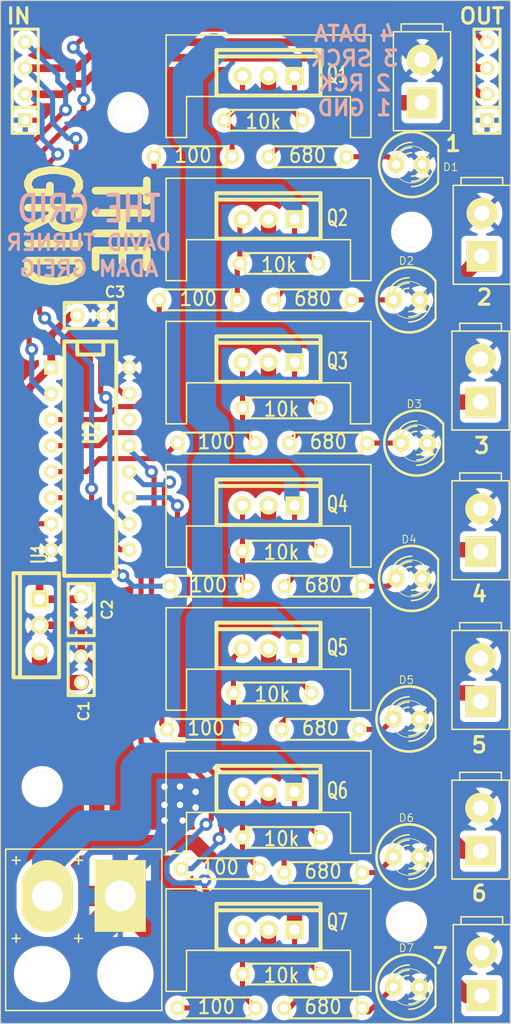
<source format=kicad_pcb>
(kicad_pcb (version 20221018) (generator pcbnew)
  (layers (0 "F.Cu" signal) (31 "B.Cu" signal) (34 "B.Paste" user) (35 "F.Paste" user) (36 "B.SilkS" user "B.Silkscreen") (37 "F.SilkS" user "F.Silkscreen") (38 "B.Mask" user) (39 "F.Mask" user) (44 "Edge.Cuts" user))
  (net 0 "")
  (net 1 "Net-(D1-Pad1)")
  (net 2 "GND")
  (net 3 "Net-(D2-Pad1)")
  (net 4 "Net-(D3-Pad1)")
  (net 5 "Net-(D4-Pad1)")
  (net 6 "Net-(D5-Pad1)")
  (net 7 "Net-(D6-Pad1)")
  (net 8 "Net-(D7-Pad1)")
  (net 9 "Net-(P4-Pad1)")
  (net 10 "Net-(P5-Pad1)")
  (net 11 "Net-(P7-Pad1)")
  (net 12 "Net-(P9-Pad1)")
  (net 13 "Net-(P10-Pad1)")
  (net 14 "+12V")
  (net 15 "Net-(R2-Pad2)")
  (net 16 "Net-(R8-Pad2)")
  (net 17 "Net-(R14-Pad2)")
  (net 18 "+5V")
  (net 19 "Net-(Q1-Pad2)")
  (net 20 "Net-(Q2-Pad2)")
  (net 21 "Net-(Q3-Pad2)")
  (net 22 "Net-(Q4-Pad2)")
  (net 23 "Net-(Q5-Pad2)")
  (net 24 "Net-(Q6-Pad2)")
  (net 25 "Net-(Q7-Pad2)")
  (net 26 "Net-(P2-Pad2)")
  (net 27 "Net-(P6-Pad1)")
  (net 28 "Net-(P8-Pad1)")
  (net 29 "Net-(R4-Pad2)")
  (net 30 "Net-(R6-Pad2)")
  (net 31 "Net-(R10-Pad2)")
  (net 32 "Net-(R12-Pad2)")
  (net 33 "Net-(P2-Pad3)")
  (net 34 "Net-(P2-Pad4)")
  (net 35 "Net-(P3-Pad4)")
  (footprint "Discret:TO220_VERT" (layer "F.Cu") (at 125.222 79.756 180)
    (fp_text reference "U1")
    (fp_text value "UA7805CKCS" hide)
  )
  (footprint "Sockets_DIP:DIP-16__300" (layer "F.Cu") (at 130.175 63.5 -90)
    (fp_text reference "U2")
    (fp_text value "TPIC6C595" hide)
  )
  (footprint "LEDs:LED-5MM" (layer "F.Cu") (at 161.29 34.798)
    (fp_text reference "D1")
    (fp_text value "LED" hide)
  )
  (footprint "LEDs:LED-5MM" (layer "F.Cu") (at 161.036 48.006)
    (fp_text reference "D2")
    (fp_text value "LED" hide)
  )
  (footprint "LEDs:LED-5MM" (layer "F.Cu") (at 161.798 61.976)
    (fp_text reference "D3")
    (fp_text value "LED" hide)
  )
  (footprint "LEDs:LED-5MM" (layer "F.Cu") (at 161.29 75.184)
    (fp_text reference "D4")
    (fp_text value "LED" hide)
  )
  (footprint "LEDs:LED-5MM" (layer "F.Cu") (at 161.036 88.9)
    (fp_text reference "D5")
    (fp_text value "LED" hide)
  )
  (footprint "LEDs:LED-5MM" (layer "F.Cu") (at 161.036 102.362)
    (fp_text reference "D6")
    (fp_text value "LED" hide)
  )
  (footprint "LEDs:LED-5MM" (layer "F.Cu") (at 161.036 115.062)
    (fp_text reference "D7")
    (fp_text value "LED" hide)
  )
  (footprint "Discret:C1" (layer "F.Cu") (at 130.175 49.53)
    (fp_text reference "C3")
    (fp_text value "100n" hide)
  )
  (footprint "solder_pad:SIL-2" (layer "F.Cu") (at 129.54 107.188 180)
    (fp_text reference "P1" hide)
    (fp_text value "POWER" hide)
  )
  (footprint "Connect:SIL-4" (layer "F.Cu") (at 123.825 26.67 90)
    (fp_text reference "P2" hide)
    (fp_text value "SHIFT_IN" hide)
  )
  (footprint "Connect:SIL-4" (layer "F.Cu") (at 168.91 26.67 90)
    (fp_text reference "P3" hide)
    (fp_text value "SHIFT_OUT" hide)
  )
  (footprint "TO220_hs:TO220_VERT" (layer "F.Cu") (at 147.574 26.162 90)
    (fp_text reference "Q1")
    (fp_text value "FQP7P06" hide)
  )
  (footprint "TO220_hs:TO220_VERT" (layer "F.Cu") (at 147.574 40.132 90)
    (fp_text reference "Q2")
    (fp_text value "FQP7P06" hide)
  )
  (footprint "TO220_hs:TO220_VERT" (layer "F.Cu") (at 147.574 54.102 90)
    (fp_text reference "Q3")
    (fp_text value "FQP7P06" hide)
  )
  (footprint "TO220_hs:TO220_VERT" (layer "F.Cu") (at 147.574 68.072 90)
    (fp_text reference "Q4")
    (fp_text value "FQP7P06" hide)
  )
  (footprint "TO220_hs:TO220_VERT" (layer "F.Cu") (at 147.574 82.042 90)
    (fp_text reference "Q5")
    (fp_text value "FQP7P06" hide)
  )
  (footprint "TO220_hs:TO220_VERT" (layer "F.Cu") (at 147.574 96.012 90)
    (fp_text reference "Q6")
    (fp_text value "FQP7P06" hide)
  )
  (footprint "TO220_hs:TO220_VERT" (layer "F.Cu") (at 147.574 109.474 90)
    (fp_text reference "Q7")
    (fp_text value "FQP7P06" hide)
  )
  (footprint "Discret:R3" (layer "F.Cu") (at 147.066 30.48)
    (fp_text reference "R1" hide)
    (fp_text value "10k")
  )
  (footprint "Discret:R3" (layer "F.Cu") (at 140.208 34.036 180)
    (fp_text reference "R2" hide)
    (fp_text value "100")
  )
  (footprint "Discret:R3" (layer "F.Cu") (at 148.59 44.45)
    (fp_text reference "R3" hide)
    (fp_text value "10k")
  )
  (footprint "Discret:R3" (layer "F.Cu") (at 140.716 48.006 180)
    (fp_text reference "R4" hide)
    (fp_text value "100")
  )
  (footprint "Discret:R3" (layer "F.Cu") (at 148.844 58.547)
    (fp_text reference "R5" hide)
    (fp_text value "10k")
  )
  (footprint "Discret:R3" (layer "F.Cu") (at 142.494 61.976 180)
    (fp_text reference "R6" hide)
    (fp_text value "100")
  )
  (footprint "Discret:R3" (layer "F.Cu") (at 148.844 72.517)
    (fp_text reference "R7" hide)
    (fp_text value "10k")
  )
  (footprint "Discret:R3" (layer "F.Cu") (at 141.732 75.946 180)
    (fp_text reference "R8" hide)
    (fp_text value "100")
  )
  (footprint "Discret:R3" (layer "F.Cu") (at 148.844 100.457)
    (fp_text reference "R9" hide)
    (fp_text value "10k")
  )
  (footprint "Discret:R3" (layer "F.Cu") (at 142.875 103.505 180)
    (fp_text reference "R10" hide)
    (fp_text value "100")
  )
  (footprint "Discret:R3" (layer "F.Cu") (at 142.494 117.094 180)
    (fp_text reference "R12" hide)
    (fp_text value "100")
  )
  (footprint "Discret:R3" (layer "F.Cu") (at 147.955 86.36)
    (fp_text reference "R13" hide)
    (fp_text value "10k")
  )
  (footprint "Discret:R3" (layer "F.Cu") (at 141.478 89.916 180)
    (fp_text reference "R14" hide)
    (fp_text value "100")
  )
  (footprint "Discret:R3" (layer "F.Cu") (at 151.384 34.036 180)
    (fp_text reference "R15" hide)
    (fp_text value "680")
  )
  (footprint "Discret:R3" (layer "F.Cu") (at 151.892 48.006 180)
    (fp_text reference "R16" hide)
    (fp_text value "680")
  )
  (footprint "Discret:R3" (layer "F.Cu") (at 153.416 61.976 180)
    (fp_text reference "R17" hide)
    (fp_text value "680")
  )
  (footprint "Discret:R3" (layer "F.Cu") (at 152.908 75.946 180)
    (fp_text reference "R18" hide)
    (fp_text value "680")
  )
  (footprint "Discret:R3" (layer "F.Cu") (at 152.654 89.916 180)
    (fp_text reference "R19" hide)
    (fp_text value "680")
  )
  (footprint "Discret:R3" (layer "F.Cu") (at 152.908 103.886 180)
    (fp_text reference "R20" hide)
    (fp_text value "680")
  )
  (footprint "Discret:R3" (layer "F.Cu") (at 152.908 117.094 180)
    (fp_text reference "R21" hide)
    (fp_text value "680")
  )
  (footprint "minipower:SIL-2" (layer "F.Cu") (at 162.56 26.67 90)
    (fp_text reference "P4" hide)
    (fp_text value "CONN_2" hide)
  )
  (footprint "minipower:SIL-2" (layer "F.Cu") (at 168.275 55.88 90)
    (fp_text reference "P6" hide)
    (fp_text value "CONN_2" hide)
  )
  (footprint "minipower:SIL-2" (layer "F.Cu") (at 168.275 70.485 90)
    (fp_text reference "P7" hide)
    (fp_text value "CONN_2" hide)
  )
  (footprint "minipower:SIL-2" (layer "F.Cu") (at 168.275 85.09 90)
    (fp_text reference "P8" hide)
    (fp_text value "CONN_2" hide)
  )
  (footprint "minipower:SIL-2" (layer "F.Cu") (at 168.275 99.695 90)
    (fp_text reference "P9" hide)
    (fp_text value "CONN_2" hide)
  )
  (footprint "minipower:SIL-2" (layer "F.Cu") (at 168.402 113.792 90)
    (fp_text reference "P10" hide)
    (fp_text value "CONN_2" hide)
  )
  (footprint "Mounting_Holes:MountingHole_3mm" (layer "F.Cu") (at 133.858 29.718)
    (fp_text reference "MH" hide)
    (fp_text value "MountingHole_3mm_RevA_Date21Jun2010" hide)
  )
  (footprint "Mounting_Holes:MountingHole_3mm" (layer "F.Cu") (at 161.036 108.712)
    (fp_text reference "MH" hide)
    (fp_text value "MountingHole_3mm_RevA_Date21Jun2010" hide)
  )
  (footprint "Mounting_Holes:MountingHole_3mm" (layer "F.Cu") (at 161.544 41.402)
    (fp_text reference "MH" hide)
    (fp_text value "MountingHole_3mm_RevA_Date21Jun2010" hide)
  )
  (footprint "Discret:C1" (layer "F.Cu") (at 129.286 78.232 -90)
    (fp_text reference "C2")
    (fp_text value ".1u" hide)
  )
  (footprint "Discret:C1" (layer "F.Cu") (at 129.286 84.074 90)
    (fp_text reference "C1")
    (fp_text value ".33u" hide)
  )
  (footprint "Mounting_Holes:MountingHole_3mm" (layer "F.Cu") (at 125.476 95.504)
    (fp_text reference "MH" hide)
    (fp_text value "MountingHole_3mm_RevA_Date21Jun2010" hide)
  )
  (footprint "minipower:SIL-2" (layer "F.Cu") (at 168.402 41.656 90)
    (fp_text reference "P5" hide)
    (fp_text value "CONN_2" hide)
  )
  (footprint "Discret:R3" (layer "F.Cu") (at 148.844 113.792)
    (fp_text reference "R11" hide)
    (fp_text value "10k")
  )
  (gr_line (start 121.412 118.618) (end 171.196 118.618) (stroke (width 0.1)) (layer "Edge.Cuts"))
  (gr_line (start 171.196 18.796) (end 121.412 18.796) (stroke (width 0.1)) (layer "Edge.Cuts"))
  (gr_line (start 171.196 118.618) (end 171.196 18.796) (stroke (width 0.1)) (layer "Edge.Cuts"))
  (gr_line (start 121.412 118.618) (end 121.412 18.796) (stroke (width 0.1)) (layer "Edge.Cuts"))
  (gr_text "DAVID TURNER" (at 130.048 42.418) (layer "B.SilkS") (effects (font (size 1.5 1.5) (thickness 0.3)) (justify mirror)))
  (gr_text "ADAM GREIG" (at 130.048 44.958) (layer "B.SilkS") (effects (font (size 1.5 1.5) (thickness 0.3)) (justify mirror)))
  (gr_text "THE·GRID" (at 130.048 39.116) (layer "B.SilkS") (effects (font (size 2.5 2) (thickness 0.4)) (justify mirror)))
  (gr_text "4 DATA\n3 SRCK\n2 RCK\n1 GND" (at 155.956 25.654) (layer "B.SilkS") (effects (font (size 1.5 1.5) (thickness 0.3)) (justify mirror)))
  (gr_text "7" (at 164.338 112.014) (layer "F.SilkS") (effects (font (size 1.5 1.5) (thickness 0.3))))
  (gr_text "2" (at 168.656 47.752) (layer "F.SilkS") (effects (font (size 1.5 1.5) (thickness 0.3))))
  (gr_text "IN" (at 123.19 20.32) (layer "F.SilkS") (effects (font (size 1.5 1.5) (thickness 0.3))))
  (gr_text "GRID" (at 126.365 40.767 270) (layer "F.SilkS") (effects (font (size 5 3.5) (thickness 0.75))))
  (gr_text "OUT" (at 168.402 20.32) (layer "F.SilkS") (effects (font (size 1.5 1.5) (thickness 0.3))))
  (gr_text "4" (at 168.148 76.708) (layer "F.SilkS") (effects (font (size 1.5 1.5) (thickness 0.3))))
  (gr_text "6" (at 168.148 105.918) (layer "F.SilkS") (effects (font (size 1.5 1.5) (thickness 0.3))))
  (gr_text "1" (at 165.608 32.766) (layer "F.SilkS") (effects (font (size 1.5 1.5) (thickness 0.3))))
  (gr_text "5" (at 168.148 91.44) (layer "F.SilkS") (effects (font (size 1.5 1.5) (thickness 0.3))))
  (gr_text "THE" (at 132.969 40.767 270) (layer "F.SilkS") (effects (font (size 5 3.5) (thickness 0.75))))
  (gr_text "3" (at 168.402 62.23) (layer "F.SilkS") (effects (font (size 1.5 1.5) (thickness 0.3))))
  (segment (start 159.258 34.036) (end 160.02 34.798) (width 0.5) (layer "F.Cu") (net 1))
  (segment (start 158.496 34.036) (end 159.258 34.036) (width 0.5) (layer "F.Cu") (net 1))
  (segment (start 155.194 34.036) (end 158.496 34.036) (width 0.5) (layer "F.Cu") (net 1))
  (segment (start 129.794 82.804) (end 134.112 87.122) (width 0.254) (layer "F.Cu") (net 2))
  (segment (start 134.112 87.122) (end 134.112 92.202) (width 0.254) (layer "F.Cu") (net 2))
  (segment (start 134.112 92.202) (end 137.414 95.504) (width 0.254) (layer "F.Cu") (net 2))
  (segment (start 138.938 95.504) (end 139.192 95.758) (width 0.254) (layer "F.Cu") (net 2))
  (segment (start 139.192 95.758) (end 140.462 96.012) (width 0.254) (layer "F.Cu") (net 2))
  (segment (start 140.462 97.536) (end 140.208 97.282) (width 0.254) (layer "F.Cu") (net 2))
  (segment (start 140.208 97.282) (end 138.938 97.282) (width 0.254) (layer "F.Cu") (net 2))
  (segment (start 137.414 97.282) (end 137.414 98.806) (width 0.254) (layer "F.Cu") (net 2))
  (segment (start 129.032 79.756) (end 129.286 79.502) (width 0.75) (layer "F.Cu") (net 2))
  (segment (start 136.779 106.172) (end 138.43 107.823) (width 3) (layer "F.Cu") (net 2))
  (segment (start 133.096 107.188) (end 129.54 110.744) (width 3) (layer "F.Cu") (net 2))
  (segment (start 130.175 106.172) (end 133.096 106.172) (width 2) (layer "F.Cu") (net 2))
  (segment (start 133.096 106.172) (end 133.096 107.188) (width 3) (layer "F.Cu") (net 2))
  (segment (start 133.096 106.172) (end 136.779 106.172) (width 3) (layer "F.Cu") (net 2))
  (segment (start 129.286 82.804) (end 129.794 82.804) (width 0.254) (layer "F.Cu") (net 2))
  (segment (start 133.096 106.172) (end 138.303 111.379) (width 3) (layer "F.Cu") (net 2))
  (segment (start 129.286 79.502) (end 129.286 82.804) (width 0.75) (layer "F.Cu") (net 2))
  (segment (start 125.222 79.756) (end 129.032 79.756) (width 0.75) (layer "F.Cu") (net 2))
  (via (at 140.462 97.536) (size 0.889) (drill 0.635) (layers "F.Cu" "B.Cu") (net 2))
  (via (at 138.938 95.504) (size 0.889) (drill 0.635) (layers "F.Cu" "B.Cu") (net 2))
  (via (at 137.414 95.504) (size 0.889) (drill 0.635) (layers "F.Cu" "B.Cu") (net 2))
  (via (at 138.938 97.282) (size 0.889) (drill 0.635) (layers "F.Cu" "B.Cu") (net 2))
  (via (at 140.462 96.012) (size 0.889) (drill 0.635) (layers "F.Cu" "B.Cu") (net 2))
  (via (at 139.192 98.806) (size 0.889) (drill 0.635) (layers "F.Cu" "B.Cu") (net 2))
  (via (at 137.414 98.806) (size 0.889) (drill 0.635) (layers "F.Cu" "B.Cu") (net 2))
  (via (at 137.414 97.282) (size 0.889) (drill 0.635) (layers "F.Cu" "B.Cu") (net 2))
  (segment (start 137.414 95.504) (end 138.938 95.504) (width 0.254) (layer "B.Cu") (net 2))
  (segment (start 140.462 96.012) (end 140.462 97.536) (width 0.254) (layer "B.Cu") (net 2))
  (segment (start 138.938 97.282) (end 137.414 97.282) (width 0.254) (layer "B.Cu") (net 2))
  (segment (start 137.414 98.806) (end 139.192 98.806) (width 0.254) (layer "B.Cu") (net 2))
  (segment (start 135.636 106.172) (end 138.811 109.347) (width 3) (layer "B.Cu") (net 2))
  (segment (start 133.096 107.315) (end 129.54 110.871) (width 3) (layer "B.Cu") (net 2))
  (segment (start 139.192 98.933) (end 133.096 105.029) (width 1.5) (layer "B.Cu") (net 2))
  (segment (start 133.096 105.029) (end 133.096 106.172) (width 1.5) (layer "B.Cu") (net 2))
  (segment (start 168.334 111.692) (end 165.989 109.347) (width 2) (layer "B.Cu") (net 2))
  (segment (start 168.275 97.536) (end 165.862 95.123) (width 2) (layer "B.Cu") (net 2))
  (segment (start 168.275 82.931) (end 165.989 80.645) (width 2) (layer "B.Cu") (net 2))
  (segment (start 168.275 68.326) (end 165.989 66.04) (width 2) (layer "B.Cu") (net 2))
  (segment (start 168.275 53.721) (end 166.116 51.562) (width 2) (layer "B.Cu") (net 2))
  (segment (start 168.402 39.497) (end 165.989 37.084) (width 2) (layer "B.Cu") (net 2))
  (segment (start 162.492 24.57) (end 160.147 22.225) (width 2) (layer "B.Cu") (net 2))
  (segment (start 162.755 24.57) (end 164.846 22.479) (width 2) (layer "B.Cu") (net 2))
  (segment (start 167.073 39.556) (end 165.862 40.767) (width 2) (layer "B.Cu") (net 2))
  (segment (start 166.692 53.78) (end 165.989 54.483) (width 2) (layer "B.Cu") (net 2))
  (segment (start 166.692 68.385) (end 165.862 69.215) (width 2) (layer "B.Cu") (net 2))
  (segment (start 166.819 82.99) (end 166.116 83.693) (width 2) (layer "B.Cu") (net 2))
  (segment (start 166.819 97.595) (end 165.989 98.425) (width 2) (layer "B.Cu") (net 2))
  (segment (start 167.073 111.692) (end 166.116 112.649) (width 2) (layer "B.Cu") (net 2))
  (segment (start 168.402 39.556) (end 168.402 39.497) (width 2) (layer "B.Cu") (net 2))
  (segment (start 168.275 82.99) (end 168.275 82.931) (width 2) (layer "B.Cu") (net 2))
  (segment (start 168.402 111.692) (end 167.073 111.692) (width 2) (layer "B.Cu") (net 2))
  (segment (start 168.275 82.99) (end 166.819 82.99) (width 2) (layer "B.Cu") (net 2))
  (segment (start 139.192 98.806) (end 139.192 98.933) (width 1.5) (layer "B.Cu") (net 2))
  (segment (start 168.402 39.556) (end 167.073 39.556) (width 2) (layer "B.Cu") (net 2))
  (segment (start 168.275 68.385) (end 168.275 68.326) (width 2) (layer "B.Cu") (net 2))
  (segment (start 168.402 111.692) (end 168.334 111.692) (width 2) (layer "B.Cu") (net 2))
  (segment (start 168.275 53.78) (end 168.275 53.721) (width 2) (layer "B.Cu") (net 2))
  (segment (start 168.275 68.385) (end 166.692 68.385) (width 2) (layer "B.Cu") (net 2))
  (segment (start 162.56 24.57) (end 162.755 24.57) (width 2) (layer "B.Cu") (net 2))
  (segment (start 168.275 97.595) (end 168.275 97.536) (width 2) (layer "B.Cu") (net 2))
  (segment (start 133.096 102.235) (end 133.096 106.172) (width 1.5) (layer "B.Cu") (net 2))
  (segment (start 133.096 106.172) (end 135.636 106.172) (width 3) (layer "B.Cu") (net 2))
  (segment (start 129.794 106.172) (end 133.096 106.172) (width 1.5) (layer "B.Cu") (net 2))
  (segment (start 168.275 53.78) (end 166.692 53.78) (width 2) (layer "B.Cu") (net 2))
  (segment (start 168.275 97.595) (end 166.819 97.595) (width 2) (layer "B.Cu") (net 2))
  (segment (start 162.56 24.57) (end 162.492 24.57) (width 2) (layer "B.Cu") (net 2))
  (segment (start 133.096 106.172) (end 133.096 107.315) (width 3) (layer "B.Cu") (net 2))
  (segment (start 155.702 48.006) (end 159.766 48.006) (width 0.5) (layer "F.Cu") (net 3))
  (segment (start 157.226 61.976) (end 160.528 61.976) (width 0.5) (layer "F.Cu") (net 4))
  (segment (start 159.258 75.946) (end 160.02 75.184) (width 0.5) (layer "F.Cu") (net 5))
  (segment (start 156.718 75.946) (end 159.258 75.946) (width 0.5) (layer "F.Cu") (net 5))
  (segment (start 158.75 89.916) (end 159.766 88.9) (width 0.5) (layer "F.Cu") (net 6))
  (segment (start 156.464 89.916) (end 158.75 89.916) (width 0.5) (layer "F.Cu") (net 6))
  (segment (start 158.242 103.886) (end 159.766 102.362) (width 0.5) (layer "F.Cu") (net 7))
  (segment (start 156.718 103.886) (end 158.242 103.886) (width 0.5) (layer "F.Cu") (net 7))
  (segment (start 157.353 117.475) (end 159.766 115.062) (width 0.5) (layer "F.Cu") (net 8))
  (segment (start 156.845 117.475) (end 157.353 117.475) (width 0.5) (layer "F.Cu") (net 8))
  (segment (start 147.574 30.734) (end 148.59 31.75) (width 1.5) (layer "F.Cu") (net 9))
  (segment (start 149.86 33.02) (end 152.4 33.02) (width 1.5) (layer "F.Cu") (net 9))
  (segment (start 152.4 33.02) (end 156.65 28.77) (width 1.5) (layer "F.Cu") (net 9))
  (segment (start 156.65 28.77) (end 162.56 28.77) (width 1.5) (layer "F.Cu") (net 9))
  (segment (start 148.59 31.75) (end 149.098 32.258) (width 1.5) (layer "F.Cu") (net 9))
  (segment (start 149.225 32.385) (end 149.225 32.639) (width 0.5) (layer "F.Cu") (net 9))
  (segment (start 149.225 32.639) (end 149.098 32.766) (width 0.5) (layer "F.Cu") (net 9))
  (segment (start 149.098 32.766) (end 149.098 32.258) (width 0.5) (layer "F.Cu") (net 9))
  (segment (start 149.098 32.258) (end 149.86 33.02) (width 1.5) (layer "F.Cu") (net 9))
  (segment (start 147.574 34.036) (end 149.225 32.385) (width 0.5) (layer "F.Cu") (net 9))
  (segment (start 147.574 26.162) (end 147.574 30.734) (width 1.5) (layer "F.Cu") (net 9))
  (segment (start 147.574 43.434) (end 149.86 45.72) (width 1.5) (layer "F.Cu") (net 10))
  (segment (start 151.13 46.99) (end 153.67 46.99) (width 1.5) (layer "F.Cu") (net 10))
  (segment (start 150.1775 46.0375) (end 151.13 46.99) (width 1.5) (layer "F.Cu") (net 10))
  (segment (start 150.114 45.974) (end 149.86 46.228) (width 0.5) (layer "F.Cu") (net 10))
  (segment (start 149.86 46.228) (end 149.86 45.72) (width 0.5) (layer "F.Cu") (net 10))
  (segment (start 149.86 45.72) (end 150.1775 46.0375) (width 1.5) (layer "F.Cu") (net 10))
  (segment (start 153.924 46.99) (end 155.194 45.72) (width 1.5) (layer "F.Cu") (net 10))
  (segment (start 155.194 45.72) (end 166.438 45.72) (width 1.5) (layer "F.Cu") (net 10))
  (segment (start 166.438 45.72) (end 168.402 43.756) (width 1.5) (layer "F.Cu") (net 10))
  (segment (start 147.574 40.132) (end 147.574 43.434) (width 1.5) (layer "F.Cu") (net 10))
  (segment (start 153.67 46.99) (end 153.924 46.99) (width 1.5) (layer "F.Cu") (net 10))
  (segment (start 148.082 48.006) (end 150.114 45.974) (width 0.5) (layer "F.Cu") (net 10))
  (segment (start 147.574 70.739) (end 150.622 73.787) (width 1.5) (layer "F.Cu") (net 11))
  (segment (start 151.765 74.93) (end 154.305 74.93) (width 1.5) (layer "F.Cu") (net 11))
  (segment (start 154.305 74.93) (end 156.845 72.39) (width 1.5) (layer "F.Cu") (net 11))
  (segment (start 156.845 72.39) (end 168.08 72.39) (width 1.5) (layer "F.Cu") (net 11))
  (segment (start 168.08 72.39) (end 168.275 72.585) (width 1.5) (layer "F.Cu") (net 11))
  (segment (start 151.13 74.295) (end 151.765 74.93) (width 1.5) (layer "F.Cu") (net 11))
  (segment (start 150.9395 74.1045) (end 150.6855 74.1045) (width 0.5) (layer "F.Cu") (net 11))
  (segment (start 150.6855 74.1045) (end 150.622 74.168) (width 0.5) (layer "F.Cu") (net 11))
  (segment (start 150.622 74.168) (end 150.622 73.787) (width 0.5) (layer "F.Cu") (net 11))
  (segment (start 150.622 73.787) (end 151.13 74.295) (width 1.5) (layer "F.Cu") (net 11))
  (segment (start 149.098 75.946) (end 150.9395 74.1045) (width 0.5) (layer "F.Cu") (net 11))
  (segment (start 147.574 68.072) (end 147.574 70.739) (width 1.5) (layer "F.Cu") (net 11))
  (segment (start 147.574 98.679) (end 149.86 100.965) (width 1.5) (layer "F.Cu") (net 12))
  (segment (start 151.765 102.87) (end 154.305 102.87) (width 1.5) (layer "F.Cu") (net 12))
  (segment (start 154.305 102.87) (end 157.48 99.695) (width 1.5) (layer "F.Cu") (net 12))
  (segment (start 157.48 99.695) (end 164.465 99.695) (width 1.5) (layer "F.Cu") (net 12))
  (segment (start 164.465 99.695) (end 166.565 101.795) (width 1.5) (layer "F.Cu") (net 12))
  (segment (start 166.565 101.795) (end 168.275 101.795) (width 1.5) (layer "F.Cu") (net 12))
  (segment (start 149.86 100.965) (end 151.765 102.87) (width 1.5) (layer "F.Cu") (net 12))
  (segment (start 149.098 101.727) (end 149.86 100.965) (width 0.5) (layer "F.Cu") (net 12))
  (segment (start 147.574 96.012) (end 147.574 98.679) (width 1.5) (layer "F.Cu") (net 12))
  (segment (start 149.098 103.886) (end 149.098 101.727) (width 0.5) (layer "F.Cu") (net 12))
  (segment (start 167.835 116.4) (end 168.275 116.4) (width 1.5) (layer "F.Cu") (net 13))
  (segment (start 147.574 112.649) (end 150.368 115.443) (width 1.5) (layer "F.Cu") (net 13))
  (segment (start 151.765 116.84) (end 153.67 116.84) (width 1.5) (layer "F.Cu") (net 13))
  (segment (start 153.67 116.84) (end 158.115 112.395) (width 1.5) (layer "F.Cu") (net 13))
  (segment (start 158.115 112.395) (end 163.195 112.395) (width 1.5) (layer "F.Cu") (net 13))
  (segment (start 150.8125 115.8875) (end 151.765 116.84) (width 1.5) (layer "F.Cu") (net 13))
  (segment (start 150.8125 115.8875) (end 150.368 116.332) (width 0.5) (layer "F.Cu") (net 13))
  (segment (start 150.368 116.332) (end 150.368 115.443) (width 0.5) (layer "F.Cu") (net 13))
  (segment (start 150.368 115.443) (end 150.8125 115.8875) (width 1.5) (layer "F.Cu") (net 13))
  (segment (start 149.606 117.094) (end 150.8125 115.8875) (width 0.5) (layer "F.Cu") (net 13))
  (segment (start 163.449 112.395) (end 166.946 115.892) (width 1.5) (layer "F.Cu") (net 13))
  (segment (start 166.946 115.892) (end 168.402 115.892) (width 1.5) (layer "F.Cu") (net 13))
  (segment (start 163.195 112.395) (end 163.449 112.395) (width 1.5) (layer "F.Cu") (net 13))
  (segment (start 149.098 117.094) (end 149.606 117.094) (width 0.5) (layer "F.Cu") (net 13))
  (segment (start 147.574 109.982) (end 147.574 112.649) (width 1.5) (layer "F.Cu") (net 13))
  (segment (start 140.335 100.965) (end 143.51 104.14) (width 1.5) (layer "F.Cu") (net 14))
  (segment (start 143.51 104.14) (end 143.51 105.41) (width 1.5) (layer "F.Cu") (net 14))
  (segment (start 150.114 29.718) (end 150.876 30.48) (width 0.5) (layer "F.Cu") (net 14))
  (segment (start 150.114 42.164) (end 152.4 44.45) (width 0.5) (layer "F.Cu") (net 14))
  (segment (start 150.114 56.007) (end 152.654 58.547) (width 0.5) (layer "F.Cu") (net 14))
  (segment (start 150.114 69.977) (end 152.654 72.517) (width 0.5) (layer "F.Cu") (net 14))
  (segment (start 150.114 84.709) (end 151.765 86.36) (width 0.5) (layer "F.Cu") (net 14))
  (segment (start 150.114 97.917) (end 152.654 100.457) (width 0.5) (layer "F.Cu") (net 14))
  (segment (start 137.414 100.965) (end 137.287 100.965) (width 1.5) (layer "F.Cu") (net 14))
  (segment (start 125.73 103.886) (end 125.73 107.442) (width 1.5) (layer "F.Cu") (net 14))
  (segment (start 132.334 100.965) (end 130.556 100.965) (width 1.5) (layer "F.Cu") (net 14))
  (segment (start 125.222 86.36) (end 125.222 82.296) (width 1.5) (layer "F.Cu") (net 14))
  (segment (start 126.238 85.344) (end 125.349 86.233) (width 1.5) (layer "F.Cu") (net 14))
  (segment (start 125.349 86.233) (end 125.222 86.36) (width 1.5) (layer "F.Cu") (net 14))
  (segment (start 125.349 87.503) (end 130.81 92.964) (width 1.5) (layer "F.Cu") (net 14))
  (segment (start 130.81 92.964) (end 130.81 100.965) (width 1.5) (layer "F.Cu") (net 14))
  (segment (start 130.81 100.965) (end 130.683 101.092) (width 1.5) (layer "F.Cu") (net 14))
  (segment (start 130.683 101.092) (end 130.556 101.092) (width 1.5) (layer "F.Cu") (net 14))
  (segment (start 130.556 101.092) (end 130.556 100.965) (width 1.5) (layer "F.Cu") (net 14))
  (segment (start 150.114 111.252) (end 152.654 113.792) (width 0.5) (layer "F.Cu") (net 14))
  (segment (start 128.651 100.965) (end 125.984 103.632) (width 1.5) (layer "F.Cu") (net 14))
  (segment (start 125.984 103.632) (end 125.984 106.172) (width 1.5) (layer "F.Cu") (net 14))
  (segment (start 144.526 106.426) (end 148.844 106.426) (width 1.5) (layer "F.Cu") (net 14))
  (segment (start 148.844 106.426) (end 150.114 107.696) (width 1.5) (layer "F.Cu") (net 14))
  (segment (start 150.114 107.696) (end 150.114 109.474) (width 1.5) (layer "F.Cu") (net 14))
  (segment (start 129.286 85.344) (end 126.238 85.344) (width 1.5) (layer "F.Cu") (net 14))
  (segment (start 143.51 105.41) (end 144.526 106.426) (width 1.5) (layer "F.Cu") (net 14))
  (segment (start 150.114 68.072) (end 150.114 69.977) (width 0.5) (layer "F.Cu") (net 14))
  (segment (start 125.349 86.233) (end 125.349 87.503) (width 1.5) (layer "F.Cu") (net 14))
  (segment (start 130.556 100.965) (end 128.651 100.965) (width 1.5) (layer "F.Cu") (net 14))
  (segment (start 137.414 100.965) (end 132.334 100.965) (width 1.5) (layer "F.Cu") (net 14))
  (segment (start 150.114 54.102) (end 150.114 56.007) (width 0.5) (layer "F.Cu") (net 14))
  (segment (start 137.414 100.965) (end 140.335 100.965) (width 1.5) (layer "F.Cu") (net 14))
  (segment (start 150.114 96.012) (end 150.114 97.917) (width 0.5) (layer "F.Cu") (net 14))
  (segment (start 150.114 26.162) (end 150.114 29.718) (width 0.5) (layer "F.Cu") (net 14))
  (segment (start 150.114 82.042) (end 150.114 84.709) (width 0.5) (layer "F.Cu") (net 14))
  (segment (start 150.114 40.132) (end 150.114 42.164) (width 0.5) (layer "F.Cu") (net 14))
  (segment (start 150.114 109.474) (end 150.114 111.252) (width 0.5) (layer "F.Cu") (net 14))
  (segment (start 140.97 79.375) (end 141.605 78.74) (width 3) (layer "B.Cu") (net 14))
  (segment (start 141.605 64.135) (end 142.24 63.5) (width 3) (layer "B.Cu") (net 14))
  (segment (start 142.24 60.325) (end 140.97 59.055) (width 3) (layer "B.Cu") (net 14))
  (segment (start 140.97 59.055) (end 140.97 51.435) (width 3) (layer "B.Cu") (net 14))
  (segment (start 140.97 33.02) (end 139.7 31.75) (width 3) (layer "B.Cu") (net 14))
  (segment (start 139.7 26.035) (end 142.24 23.495) (width 3) (layer "B.Cu") (net 14))
  (segment (start 148.59 23.495) (end 150.114 25.019) (width 1.5) (layer "B.Cu") (net 14))
  (segment (start 150.114 25.019) (end 150.114 26.162) (width 1.5) (layer "B.Cu") (net 14))
  (segment (start 140.97 37.465) (end 140.97 33.02) (width 3) (layer "B.Cu") (net 14))
  (segment (start 148.59 37.465) (end 150.114 38.989) (width 1.5) (layer "B.Cu") (net 14))
  (segment (start 150.114 38.989) (end 150.114 40.132) (width 1.5) (layer "B.Cu") (net 14))
  (segment (start 140.97 51.435) (end 140.97 46.355) (width 3) (layer "B.Cu") (net 14))
  (segment (start 148.59 51.435) (end 150.114 52.959) (width 1.5) (layer "B.Cu") (net 14))
  (segment (start 150.114 52.959) (end 150.114 54.102) (width 1.5) (layer "B.Cu") (net 14))
  (segment (start 141.605 64.77) (end 141.605 64.135) (width 3) (layer "B.Cu") (net 14))
  (segment (start 149.225 64.77) (end 149.86 65.405) (width 1.5) (layer "B.Cu") (net 14))
  (segment (start 149.86 65.405) (end 149.86 67.31) (width 1.5) (layer "B.Cu") (net 14))
  (segment (start 149.86 67.31) (end 150.114 68.072) (width 1.5) (layer "B.Cu") (net 14))
  (segment (start 147.955 78.74) (end 150.114 80.899) (width 1.5) (layer "B.Cu") (net 14))
  (segment (start 150.114 80.899) (end 150.114 82.042) (width 1.5) (layer "B.Cu") (net 14))
  (segment (start 147.955 92.71) (end 150.114 94.869) (width 1.5) (layer "B.Cu") (net 14))
  (segment (start 150.114 96.012) (end 150.114 94.869) (width 1.5) (layer "B.Cu") (net 14))
  (segment (start 140.97 91.44) (end 140.97 79.375) (width 3) (layer "B.Cu") (net 14))
  (segment (start 134.62 93.726) (end 135.636 92.71) (width 3) (layer "B.Cu") (net 14))
  (segment (start 135.636 92.71) (end 140.97 92.71) (width 3) (layer "B.Cu") (net 14))
  (segment (start 134.62 99.314) (end 134.62 93.726) (width 3) (layer "B.Cu") (net 14))
  (segment (start 129.54 99.314) (end 125.984 102.87) (width 3) (layer "B.Cu") (net 14))
  (segment (start 125.984 102.87) (end 125.984 106.172) (width 3) (layer "B.Cu") (net 14))
  (segment (start 139.7 31.75) (end 139.7 26.035) (width 3) (layer "B.Cu") (net 14))
  (segment (start 140.97 51.435) (end 148.59 51.435) (width 1.5) (layer "B.Cu") (net 14))
  (segment (start 134.62 99.314) (end 129.54 99.314) (width 3) (layer "B.Cu") (net 14))
  (segment (start 142.24 63.5) (end 142.24 60.325) (width 3) (layer "B.Cu") (net 14))
  (segment (start 141.605 78.74) (end 147.955 78.74) (width 1.5) (layer "B.Cu") (net 14))
  (segment (start 142.24 23.495) (end 148.59 23.495) (width 1.5) (layer "B.Cu") (net 14))
  (segment (start 140.97 92.71) (end 147.955 92.71) (width 1.5) (layer "B.Cu") (net 14))
  (segment (start 141.605 64.77) (end 149.225 64.77) (width 1.5) (layer "B.Cu") (net 14))
  (segment (start 141.605 78.74) (end 141.605 64.77) (width 3) (layer "B.Cu") (net 14))
  (segment (start 140.97 46.355) (end 140.97 37.465) (width 3) (layer "B.Cu") (net 14))
  (segment (start 140.97 37.465) (end 148.59 37.465) (width 1.5) (layer "B.Cu") (net 14))
  (segment (start 136.398 45.466) (end 135.128 46.736) (width 0.5) (layer "F.Cu") (net 15))
  (segment (start 135.128 46.736) (end 135.128 53.34) (width 0.5) (layer "F.Cu") (net 15))
  (segment (start 135.128 53.34) (end 135.636 53.848) (width 0.5) (layer "F.Cu") (net 15))
  (segment (start 135.636 53.848) (end 135.636 57.404) (width 0.5) (layer "F.Cu") (net 15))
  (segment (start 135.636 57.404) (end 134.62 58.42) (width 0.5) (layer "F.Cu") (net 15))
  (segment (start 134.62 58.42) (end 132.842 58.42) (width 0.5) (layer "F.Cu") (net 15))
  (segment (start 132.842 58.42) (end 131.572 59.69) (width 0.5) (layer "F.Cu") (net 15))
  (segment (start 131.572 59.69) (end 126.365 59.69) (width 0.5) (layer "F.Cu") (net 15))
  (segment (start 136.398 34.036) (end 136.398 45.466) (width 0.5) (layer "F.Cu") (net 15))
  (segment (start 129.286 70.104) (end 129.286 68.072) (width 0.5) (layer "F.Cu") (net 16))
  (segment (start 129.286 68.072) (end 128.524 67.31) (width 0.5) (layer "F.Cu") (net 16))
  (segment (start 128.524 67.31) (end 126.365 67.31) (width 0.5) (layer "F.Cu") (net 16))
  (segment (start 129.286 70.866) (end 133.35 74.93) (width 0.5) (layer "F.Cu") (net 16))
  (segment (start 126.365 67.31) (end 126.492 67.31) (width 0.5) (layer "F.Cu") (net 16))
  (segment (start 129.286 70.104) (end 129.286 70.866) (width 0.5) (layer "F.Cu") (net 16))
  (via (at 133.35 74.93) (size 1.27) (drill 0.635) (layers "F.Cu" "B.Cu") (net 16))
  (segment (start 137.922 75.946) (end 135.128 75.946) (width 0.5) (layer "B.Cu") (net 16))
  (segment (start 134.366 75.946) (end 135.128 75.946) (width 0.5) (layer "B.Cu") (net 16))
  (segment (start 133.35 74.93) (end 134.366 75.946) (width 0.5) (layer "B.Cu") (net 16))
  (segment (start 138.684 74.168) (end 139.7 75.184) (width 0.5) (layer "F.Cu") (net 17))
  (segment (start 139.7 75.184) (end 139.7 76.708) (width 0.5) (layer "F.Cu") (net 17))
  (segment (start 139.7 76.708) (end 137.16 79.248) (width 0.5) (layer "F.Cu") (net 17))
  (segment (start 137.16 79.248) (end 137.16 89.408) (width 0.5) (layer "F.Cu") (net 17))
  (segment (start 137.16 89.408) (end 137.668 89.916) (width 0.5) (layer "F.Cu") (net 17))
  (segment (start 138.684 68.072) (end 138.684 74.168) (width 0.5) (layer "F.Cu") (net 17))
  (via (at 138.684 68.072) (size 1.27) (drill 0.635) (layers "F.Cu" "B.Cu") (net 17))
  (segment (start 137.922 67.31) (end 138.684 68.072) (width 0.5) (layer "B.Cu") (net 17))
  (segment (start 133.985 67.31) (end 137.922 67.31) (width 0.5) (layer "B.Cu") (net 17))
  (segment (start 126.365 51.435) (end 128.27 49.53) (width 0.75) (layer "F.Cu") (net 18))
  (segment (start 128.27 49.53) (end 128.905 49.53) (width 0.75) (layer "F.Cu") (net 18))
  (segment (start 126.238 54.61) (end 124.206 56.642) (width 0.75) (layer "F.Cu") (net 18))
  (segment (start 124.206 56.642) (end 124.206 69.85) (width 0.75) (layer "F.Cu") (net 18))
  (segment (start 124.206 69.85) (end 124.206 73.152) (width 0.75) (layer "F.Cu") (net 18))
  (segment (start 124.206 74.422) (end 125.222 75.438) (width 0.75) (layer "F.Cu") (net 18))
  (segment (start 125.222 75.438) (end 125.222 77.216) (width 0.75) (layer "F.Cu") (net 18))
  (segment (start 129.032 77.216) (end 129.286 76.962) (width 0.75) (layer "F.Cu") (net 18))
  (segment (start 125.222 77.216) (end 129.032 77.216) (width 0.75) (layer "F.Cu") (net 18))
  (segment (start 126.365 54.61) (end 126.238 54.61) (width 0.75) (layer "F.Cu") (net 18))
  (segment (start 126.365 54.61) (end 126.365 51.435) (width 0.75) (layer "F.Cu") (net 18))
  (segment (start 126.365 69.85) (end 124.206 69.85) (width 0.5) (layer "F.Cu") (net 18))
  (segment (start 124.206 73.152) (end 124.206 74.422) (width 0.75) (layer "F.Cu") (net 18))
  (segment (start 145.034 28.702) (end 143.256 30.48) (width 0.5) (layer "F.Cu") (net 19))
  (segment (start 144.018 31.242) (end 144.018 34.036) (width 0.5) (layer "F.Cu") (net 19))
  (segment (start 145.034 26.162) (end 145.034 28.702) (width 0.5) (layer "F.Cu") (net 19))
  (segment (start 143.256 30.48) (end 144.018 31.242) (width 0.5) (layer "F.Cu") (net 19))
  (segment (start 144.526 44.704) (end 144.78 44.45) (width 0.5) (layer "F.Cu") (net 20))
  (segment (start 144.78 40.386) (end 145.034 40.132) (width 0.5) (layer "F.Cu") (net 20))
  (segment (start 144.526 48.006) (end 144.526 44.704) (width 0.5) (layer "F.Cu") (net 20))
  (segment (start 144.78 44.45) (end 144.78 40.386) (width 0.5) (layer "F.Cu") (net 20))
  (segment (start 145.034 60.706) (end 146.304 61.976) (width 0.5) (layer "F.Cu") (net 21))
  (segment (start 145.034 58.547) (end 145.034 60.706) (width 0.5) (layer "F.Cu") (net 21))
  (segment (start 145.034 54.102) (end 145.034 58.547) (width 0.5) (layer "F.Cu") (net 21))
  (segment (start 145.034 75.438) (end 145.542 75.946) (width 0.5) (layer "F.Cu") (net 22))
  (segment (start 145.034 68.072) (end 145.034 72.517) (width 0.5) (layer "F.Cu") (net 22))
  (segment (start 145.034 72.517) (end 145.034 75.438) (width 0.5) (layer "F.Cu") (net 22))
  (segment (start 144.145 88.773) (end 145.288 89.916) (width 0.5) (layer "F.Cu") (net 23))
  (segment (start 144.145 82.931) (end 145.034 82.042) (width 0.5) (layer "F.Cu") (net 23))
  (segment (start 144.145 86.36) (end 144.145 82.931) (width 0.5) (layer "F.Cu") (net 23))
  (segment (start 144.145 86.36) (end 144.145 88.773) (width 0.5) (layer "F.Cu") (net 23))
  (segment (start 145.034 101.854) (end 146.685 103.505) (width 0.5) (layer "F.Cu") (net 24))
  (segment (start 145.034 100.457) (end 145.034 101.854) (width 0.5) (layer "F.Cu") (net 24))
  (segment (start 145.034 96.012) (end 145.034 100.457) (width 0.5) (layer "F.Cu") (net 24))
  (segment (start 145.034 115.824) (end 146.304 117.094) (width 0.5) (layer "F.Cu") (net 25))
  (segment (start 145.034 109.474) (end 145.034 113.792) (width 0.5) (layer "F.Cu") (net 25))
  (segment (start 145.034 113.792) (end 145.034 115.824) (width 0.5) (layer "F.Cu") (net 25))
  (segment (start 168.148 27.94) (end 165.608 25.4) (width 0.75) (layer "F.Cu") (net 26))
  (segment (start 165.608 25.4) (end 165.608 23.876) (width 0.75) (layer "F.Cu") (net 26))
  (segment (start 129.54 26.924) (end 128.524 26.924) (width 0.75) (layer "F.Cu") (net 26))
  (segment (start 128.524 26.924) (end 127.508 27.94) (width 0.75) (layer "F.Cu") (net 26))
  (segment (start 131.064 25.4) (end 129.54 26.924) (width 0.75) (layer "F.Cu") (net 26))
  (segment (start 127.508 47.752) (end 132.08 47.752) (width 0.5) (layer "F.Cu") (net 26))
  (segment (start 132.08 47.752) (end 133.096 48.768) (width 0.5) (layer "F.Cu") (net 26))
  (segment (start 133.096 48.768) (end 133.096 50.546) (width 0.5) (layer "F.Cu") (net 26))
  (segment (start 133.096 50.546) (end 132.08 51.562) (width 0.5) (layer "F.Cu") (net 26))
  (segment (start 126.238 34.544) (end 126.238 46.482) (width 0.5) (layer "F.Cu") (net 26))
  (segment (start 126.238 46.482) (end 127.254 47.498) (width 0.5) (layer "F.Cu") (net 26))
  (segment (start 159.004 24.384) (end 135.636 24.384) (width 0.75) (layer "F.Cu") (net 26))
  (segment (start 132.08 24.384) (end 131.064 25.4) (width 0.75) (layer "F.Cu") (net 26))
  (segment (start 160.782 22.606) (end 161.29 22.098) (width 0.75) (layer "F.Cu") (net 26))
  (segment (start 161.29 22.098) (end 163.83 22.098) (width 0.75) (layer "F.Cu") (net 26))
  (segment (start 163.83 22.098) (end 165.608 23.876) (width 0.75) (layer "F.Cu") (net 26))
  (segment (start 131.191 52.451) (end 131.191 57.023) (width 0.5) (layer "F.Cu") (net 26))
  (segment (start 131.191 57.023) (end 131.699 57.531) (width 0.5) (layer "F.Cu") (net 26))
  (segment (start 123.825 27.94) (end 127.508 27.94) (width 0.75) (layer "F.Cu") (net 26))
  (segment (start 168.148 27.94) (end 168.91 27.94) (width 0.75) (layer "F.Cu") (net 26))
  (segment (start 132.08 51.562) (end 131.191 52.451) (width 0.5) (layer "F.Cu") (net 26))
  (segment (start 159.512 23.876) (end 159.004 24.384) (width 0.75) (layer "F.Cu") (net 26))
  (segment (start 159.512 23.876) (end 160.782 22.606) (width 0.75) (layer "F.Cu") (net 26))
  (segment (start 127 33.782) (end 126.238 34.544) (width 0.5) (layer "F.Cu") (net 26))
  (segment (start 127.254 47.498) (end 127.508 47.752) (width 0.5) (layer "F.Cu") (net 26))
  (segment (start 135.636 24.384) (end 132.08 24.384) (width 0.75) (layer "F.Cu") (net 26))
  (via (at 131.699 57.531) (size 1.27) (drill 0.635) (layers "F.Cu" "B.Cu") (net 26))
  (via (at 127 33.782) (size 1.27) (drill 0.635) (layers "F.Cu" "B.Cu") (net 26))
  (segment (start 125.476 29.21) (end 125.476 32.258) (width 0.5) (layer "B.Cu") (net 26))
  (segment (start 125.476 32.258) (end 127 33.782) (width 0.5) (layer "B.Cu") (net 26))
  (segment (start 132.08 58.166) (end 132.08 67.945) (width 0.5) (layer "B.Cu") (net 26))
  (segment (start 133.985 69.85) (end 132.08 67.945) (width 0.5) (layer "B.Cu") (net 26))
  (segment (start 125.476 29.21) (end 124.206 27.94) (width 0.5) (layer "B.Cu") (net 26))
  (segment (start 131.699 57.531) (end 132.08 57.912) (width 0.5) (layer "B.Cu") (net 26))
  (segment (start 132.08 57.912) (end 132.08 58.166) (width 0.5) (layer "B.Cu") (net 26))
  (segment (start 123.825 27.94) (end 124.206 27.94) (width 0.5) (layer "B.Cu") (net 26))
  (segment (start 147.574 56.769) (end 151.13 60.325) (width 1.5) (layer "F.Cu") (net 27))
  (segment (start 151.765 60.96) (end 154.94 60.96) (width 1.5) (layer "F.Cu") (net 27))
  (segment (start 154.94 60.96) (end 157.92 57.98) (width 1.5) (layer "F.Cu") (net 27))
  (segment (start 157.92 57.98) (end 168.275 57.98) (width 1.5) (layer "F.Cu") (net 27))
  (segment (start 151.13 60.325) (end 151.765 60.96) (width 1.5) (layer "F.Cu") (net 27))
  (segment (start 149.606 61.849) (end 151.13 60.325) (width 0.5) (layer "F.Cu") (net 27))
  (segment (start 147.574 54.102) (end 147.574 56.769) (width 1.5) (layer "F.Cu") (net 27))
  (segment (start 149.606 61.976) (end 149.606 61.849) (width 0.5) (layer "F.Cu") (net 27))
  (segment (start 147.574 85.344) (end 150.1775 87.9475) (width 1.5) (layer "F.Cu") (net 28))
  (segment (start 151.13 88.9) (end 153.67 88.9) (width 1.5) (layer "F.Cu") (net 28))
  (segment (start 153.67 88.9) (end 156.21 86.36) (width 1.5) (layer "F.Cu") (net 28))
  (segment (start 156.21 86.36) (end 167.445 86.36) (width 1.5) (layer "F.Cu") (net 28))
  (segment (start 167.445 86.36) (end 168.275 87.19) (width 1.5) (layer "F.Cu") (net 28))
  (segment (start 150.1775 87.9475) (end 151.13 88.9) (width 1.5) (layer "F.Cu") (net 28))
  (segment (start 148.844 89.281) (end 150.1775 87.9475) (width 0.5) (layer "F.Cu") (net 28))
  (segment (start 147.574 82.042) (end 147.574 85.344) (width 1.5) (layer "F.Cu") (net 28))
  (segment (start 148.844 89.916) (end 148.844 89.281) (width 0.5) (layer "F.Cu") (net 28))
  (segment (start 131.064 62.23) (end 132.334 60.96) (width 0.5) (layer "F.Cu") (net 29))
  (segment (start 132.334 60.96) (end 134.874 60.96) (width 0.5) (layer "F.Cu") (net 29))
  (segment (start 134.874 60.96) (end 136.398 59.436) (width 0.5) (layer "F.Cu") (net 29))
  (segment (start 136.906 58.928) (end 136.398 59.436) (width 0.5) (layer "F.Cu") (net 29))
  (segment (start 136.906 48.006) (end 136.906 58.928) (width 0.5) (layer "F.Cu") (net 29))
  (segment (start 131.064 62.23) (end 126.365 62.23) (width 0.5) (layer "F.Cu") (net 29))
  (segment (start 129.794 64.77) (end 131.064 63.5) (width 0.5) (layer "F.Cu") (net 30))
  (segment (start 131.064 63.5) (end 137.16 63.5) (width 0.5) (layer "F.Cu") (net 30))
  (segment (start 137.16 63.5) (end 138.684 61.976) (width 0.5) (layer "F.Cu") (net 30))
  (segment (start 126.365 64.77) (end 129.794 64.77) (width 0.5) (layer "F.Cu") (net 30))
  (segment (start 137.414 66.548) (end 137.414 72.644) (width 0.5) (layer "F.Cu") (net 31))
  (segment (start 137.414 72.644) (end 136.398 73.66) (width 0.5) (layer "F.Cu") (net 31))
  (segment (start 139.7 91.694) (end 143.002 94.996) (width 0.5) (layer "F.Cu") (net 31))
  (segment (start 136.144 90.678) (end 136.906 91.44) (width 0.5) (layer "F.Cu") (net 31))
  (segment (start 136.906 91.44) (end 139.446 91.44) (width 0.5) (layer "F.Cu") (net 31))
  (segment (start 139.446 91.44) (end 139.7 91.694) (width 0.5) (layer "F.Cu") (net 31))
  (segment (start 137.922 65.786) (end 137.414 66.294) (width 0.5) (layer "F.Cu") (net 31))
  (segment (start 137.414 66.294) (end 137.414 66.548) (width 0.5) (layer "F.Cu") (net 31))
  (segment (start 142.748 100.584) (end 143.002 100.33) (width 0.5) (layer "F.Cu") (net 31))
  (segment (start 143.002 100.33) (end 143.002 94.996) (width 0.5) (layer "F.Cu") (net 31))
  (segment (start 136.398 73.66) (end 136.144 73.914) (width 0.5) (layer "F.Cu") (net 31))
  (segment (start 136.144 73.914) (end 136.144 90.678) (width 0.5) (layer "F.Cu") (net 31))
  (via (at 142.748 100.584) (size 1.27) (drill 0.635) (layers "F.Cu" "B.Cu") (net 31))
  (via (at 137.922 65.786) (size 1.27) (drill 0.635) (layers "F.Cu" "B.Cu") (net 31))
  (segment (start 134.112 64.77) (end 135.382 66.04) (width 0.5) (layer "B.Cu") (net 31))
  (segment (start 142.748 100.838) (end 140.081 103.505) (width 0.5) (layer "B.Cu") (net 31))
  (segment (start 140.081 103.505) (end 139.065 103.505) (width 0.5) (layer "B.Cu") (net 31))
  (segment (start 137.668 66.04) (end 137.922 65.786) (width 0.5) (layer "B.Cu") (net 31))
  (segment (start 133.985 64.77) (end 134.112 64.77) (width 0.5) (layer "B.Cu") (net 31))
  (segment (start 135.382 66.04) (end 137.668 66.04) (width 0.5) (layer "B.Cu") (net 31))
  (segment (start 142.748 100.838) (end 142.748 100.584) (width 0.5) (layer "B.Cu") (net 31))
  (segment (start 136.398 65.024) (end 136.398 72.39) (width 0.5) (layer "F.Cu") (net 32))
  (segment (start 136.398 72.39) (end 135.382 73.406) (width 0.5) (layer "F.Cu") (net 32))
  (segment (start 143.002 107.188) (end 143.002 115.57) (width 0.5) (layer "F.Cu") (net 32))
  (segment (start 135.128 73.66) (end 135.128 90.932) (width 0.5) (layer "F.Cu") (net 32))
  (segment (start 141.478 117.094) (end 138.684 117.094) (width 0.5) (layer "F.Cu") (net 32))
  (segment (start 135.128 91.186) (end 136.398 92.456) (width 0.5) (layer "F.Cu") (net 32))
  (segment (start 136.398 92.456) (end 138.938 92.456) (width 0.5) (layer "F.Cu") (net 32))
  (segment (start 138.938 92.456) (end 141.224 94.742) (width 0.5) (layer "F.Cu") (net 32))
  (segment (start 141.986 98.679) (end 141.478 99.187) (width 0.5) (layer "F.Cu") (net 32))
  (segment (start 141.351 105.537) (end 143.002 107.188) (width 0.5) (layer "F.Cu") (net 32))
  (segment (start 135.382 73.406) (end 135.128 73.66) (width 0.5) (layer "F.Cu") (net 32))
  (segment (start 135.128 90.932) (end 135.128 91.186) (width 0.5) (layer "F.Cu") (net 32))
  (segment (start 141.351 104.648) (end 141.351 105.537) (width 0.5) (layer "F.Cu") (net 32))
  (segment (start 143.002 115.57) (end 141.478 117.094) (width 0.5) (layer "F.Cu") (net 32))
  (segment (start 141.986 95.504) (end 141.986 98.679) (width 0.5) (layer "F.Cu") (net 32))
  (segment (start 136.398 65.024) (end 136.144 64.77) (width 0.5) (layer "F.Cu") (net 32))
  (segment (start 141.224 94.742) (end 141.986 95.504) (width 0.5) (layer "F.Cu") (net 32))
  (via (at 141.478 99.187) (size 1.27) (drill 0.635) (layers "F.Cu" "B.Cu") (net 32))
  (via (at 136.144 64.77) (size 1.27) (drill 0.635) (layers "F.Cu" "B.Cu") (net 32))
  (via (at 141.351 104.648) (size 1.27) (drill 0.635) (layers "F.Cu" "B.Cu") (net 32))
  (segment (start 133.985 62.611) (end 136.144 64.77) (width 0.5) (layer "B.Cu") (net 32))
  (segment (start 133.985 62.611) (end 133.985 62.23) (width 0.5) (layer "B.Cu") (net 32))
  (segment (start 137.668 102.997) (end 137.668 104.267) (width 0.5) (layer "B.Cu") (net 32))
  (segment (start 137.668 104.267) (end 138.303 104.902) (width 0.5) (layer "B.Cu") (net 32))
  (segment (start 138.303 104.902) (end 141.097 104.902) (width 0.5) (layer "B.Cu") (net 32))
  (segment (start 141.097 104.902) (end 141.351 104.648) (width 0.5) (layer "B.Cu") (net 32))
  (segment (start 141.478 99.187) (end 137.668 102.997) (width 0.5) (layer "B.Cu") (net 32))
  (segment (start 131.445 22.86) (end 130.81 23.495) (width 0.75) (layer "F.Cu") (net 33))
  (segment (start 128.905 25.4) (end 130.81 23.495) (width 0.75) (layer "F.Cu") (net 33))
  (segment (start 133.357998 46.743998) (end 134.112 47.498) (width 0.5) (layer "F.Cu") (net 33))
  (segment (start 134.112 50.8) (end 134.112 47.498) (width 0.5) (layer "F.Cu") (net 33))
  (segment (start 133.12116 52.80684) (end 132.08 53.848) (width 0.5) (layer "F.Cu") (net 33))
  (segment (start 132.08 53.848) (end 132.08 55.88) (width 0.5) (layer "F.Cu") (net 33))
  (segment (start 132.08 55.88) (end 133.35 57.15) (width 0.5) (layer "F.Cu") (net 33))
  (segment (start 133.35 57.15) (end 133.985 57.15) (width 0.5) (layer "F.Cu") (net 33))
  (segment (start 134.112 50.8) (end 134.112 50.85032) (width 0.5) (layer "F.Cu") (net 33))
  (segment (start 134.112 51.816) (end 133.12116 52.80684) (width 0.5) (layer "F.Cu") (net 33))
  (segment (start 127.254 35.56) (end 127.254 44.958) (width 0.5) (layer "F.Cu") (net 33))
  (segment (start 127.254 45.974) (end 128.023998 46.743998) (width 0.5) (layer "F.Cu") (net 33))
  (segment (start 128.023998 46.743998) (end 133.357998 46.743998) (width 0.5) (layer "F.Cu") (net 33))
  (segment (start 160.528 20.828) (end 158.496 22.86) (width 0.75) (layer "F.Cu") (net 33))
  (segment (start 158.496 22.86) (end 149.86 22.86) (width 0.75) (layer "F.Cu") (net 33))
  (segment (start 167.894 25.4) (end 167.132 24.638) (width 0.75) (layer "F.Cu") (net 33))
  (segment (start 167.132 24.638) (end 167.132 23.368) (width 0.75) (layer "F.Cu") (net 33))
  (segment (start 167.132 23.368) (end 164.592 20.828) (width 0.75) (layer "F.Cu") (net 33))
  (segment (start 164.592 20.828) (end 164.084 20.828) (width 0.75) (layer "F.Cu") (net 33))
  (segment (start 168.91 25.4) (end 167.894 25.4) (width 0.75) (layer "F.Cu") (net 33))
  (segment (start 128.778 32.258) (end 128.778 34.036) (width 0.5) (layer "F.Cu") (net 33))
  (segment (start 164.084 20.828) (end 161.036 20.828) (width 0.75) (layer "F.Cu") (net 33))
  (segment (start 127.254 44.958) (end 127.254 45.974) (width 0.5) (layer "F.Cu") (net 33))
  (segment (start 161.036 20.828) (end 160.528 20.828) (width 0.75) (layer "F.Cu") (net 33))
  (segment (start 149.86 22.86) (end 131.445 22.86) (width 0.75) (layer "F.Cu") (net 33))
  (segment (start 128.778 34.036) (end 127.254 35.56) (width 0.5) (layer "F.Cu") (net 33))
  (segment (start 128.905 25.4) (end 123.825 25.4) (width 0.75) (layer "F.Cu") (net 33))
  (segment (start 134.112 50.8) (end 134.112 51.816) (width 0.5) (layer "F.Cu") (net 33))
  (via (at 128.778 32.258) (size 1.27) (drill 0.635) (layers "F.Cu" "B.Cu") (net 33))
  (segment (start 126.492 28.448) (end 126.492 30.734) (width 0.5) (layer "B.Cu") (net 33))
  (segment (start 126.492 30.734) (end 128.016 32.258) (width 0.5) (layer "B.Cu") (net 33))
  (segment (start 128.016 32.258) (end 128.778 32.258) (width 0.5) (layer "B.Cu") (net 33))
  (segment (start 126.492 28.448) (end 126.492 28.067) (width 0.5) (layer "B.Cu") (net 33))
  (segment (start 126.492 28.067) (end 123.825 25.4) (width 0.5) (layer "B.Cu") (net 33))
  (segment (start 127.762 29.464) (end 124.206 33.02) (width 0.5) (layer "F.Cu") (net 34))
  (segment (start 124.206 33.02) (end 124.206 52.578) (width 0.5) (layer "F.Cu") (net 34))
  (segment (start 124.206 52.578) (end 124.46 52.832) (width 0.5) (layer "F.Cu") (net 34))
  (via (at 127.762 29.464) (size 1.27) (drill 0.635) (layers "F.Cu" "B.Cu") (net 34))
  (via (at 124.46 52.832) (size 1.27) (drill 0.635) (layers "F.Cu" "B.Cu") (net 34))
  (segment (start 127 26.67) (end 127.762 27.432) (width 0.5) (layer "B.Cu") (net 34))
  (segment (start 127.762 27.432) (end 127.762 29.464) (width 0.5) (layer "B.Cu") (net 34))
  (segment (start 124.46 52.832) (end 124.46 55.88) (width 0.5) (layer "B.Cu") (net 34))
  (segment (start 124.46 55.88) (end 125.73 57.15) (width 0.5) (layer "B.Cu") (net 34))
  (segment (start 125.73 57.15) (end 126.365 57.15) (width 0.5) (layer "B.Cu") (net 34))
  (segment (start 123.825 22.86) (end 127 26.035) (width 0.5) (layer "B.Cu") (net 34))
  (segment (start 127 26.67) (end 127 26.035) (width 0.5) (layer "B.Cu") (net 34))
  (segment (start 164.592 19.812) (end 160.528 19.812) (width 0.5) (layer "F.Cu") (net 35))
  (segment (start 130.048 21.844) (end 128.524 23.368) (width 0.5) (layer "F.Cu") (net 35))
  (segment (start 130.302 68.326) (end 130.302 69.596) (width 0.5) (layer "F.Cu") (net 35))
  (segment (start 130.302 69.596) (end 133.096 72.39) (width 0.5) (layer "F.Cu") (net 35))
  (segment (start 133.096 72.39) (end 133.985 72.39) (width 0.5) (layer "F.Cu") (net 35))
  (segment (start 125.222 49.276) (end 125.73 49.784) (width 0.5) (layer "F.Cu") (net 35))
  (segment (start 130.302 21.59) (end 130.048 21.844) (width 0.5) (layer "F.Cu") (net 35))
  (segment (start 159.766 19.812) (end 157.988 21.59) (width 0.5) (layer "F.Cu") (net 35))
  (segment (start 157.988 21.59) (end 134.874 21.59) (width 0.5) (layer "F.Cu") (net 35))
  (segment (start 168.656 22.86) (end 165.608 19.812) (width 0.5) (layer "F.Cu") (net 35))
  (segment (start 165.608 19.812) (end 164.592 19.812) (width 0.5) (layer "F.Cu") (net 35))
  (segment (start 125.222 33.782) (end 129.54 29.464) (width 0.5) (layer "F.Cu") (net 35))
  (segment (start 129.54 29.464) (end 129.54 28.448) (width 0.5) (layer "F.Cu") (net 35))
  (segment (start 130.302 66.421) (end 130.302 68.326) (width 0.5) (layer "F.Cu") (net 35))
  (segment (start 125.222 41.656) (end 125.222 49.276) (width 0.5) (layer "F.Cu") (net 35))
  (segment (start 160.274 19.812) (end 159.766 19.812) (width 0.5) (layer "F.Cu") (net 35))
  (segment (start 125.222 41.656) (end 125.222 33.782) (width 0.5) (layer "F.Cu") (net 35))
  (segment (start 168.91 22.86) (end 168.656 22.86) (width 0.5) (layer "F.Cu") (net 35))
  (segment (start 134.874 21.59) (end 130.302 21.59) (width 0.5) (layer "F.Cu") (net 35))
  (segment (start 160.528 19.812) (end 160.274 19.812) (width 0.5) (layer "F.Cu") (net 35))
  (via (at 130.302 66.421) (size 1.27) (drill 0.635) (layers "F.Cu" "B.Cu") (net 35))
  (via (at 129.54 28.448) (size 1.27) (drill 0.635) (layers "F.Cu" "B.Cu") (net 35))
  (via (at 128.524 23.368) (size 1.27) (drill 0.635) (layers "F.Cu" "B.Cu") (net 35))
  (via (at 125.73 49.784) (size 1.27) (drill 0.635) (layers "F.Cu" "B.Cu") (net 35))
  (segment (start 128.524 23.368) (end 129.54 24.384) (width 0.5) (layer "B.Cu") (net 35))
  (segment (start 129.54 24.384) (end 129.54 28.448) (width 0.5) (layer "B.Cu") (net 35))
  (segment (start 125.73 49.784) (end 130.302 54.356) (width 0.5) (layer "B.Cu") (net 35))
  (segment (start 130.302 54.356) (end 130.302 66.04) (width 0.5) (layer "B.Cu") (net 35))
  (segment (start 130.302 66.04) (end 130.302 66.421) (width 0.5) (layer "B.Cu") (net 35))
  (zone (net 2) (net_name "GND") (layer "F.Cu") (connect_pads (clearance 0.508)) (min_thickness 0.254) (fill yes (thermal_gap 0.508) (thermal_bridge_width 0.508))
    (polygon (pts (xy 171.196 118.618) (xy 121.412 118.618) (xy 121.412 18.796) (xy 171.196 18.796)))
  )
  (zone (net 2) (net_name "GND") (layer "B.Cu") (connect_pads (clearance 0.508)) (min_thickness 0.254) (fill yes (thermal_gap 0.508) (thermal_bridge_width 0.508))
    (polygon (pts (xy 171.196 118.618) (xy 121.412 118.618) (xy 121.412 18.796) (xy 171.196 18.796)))
  )
)
</source>
